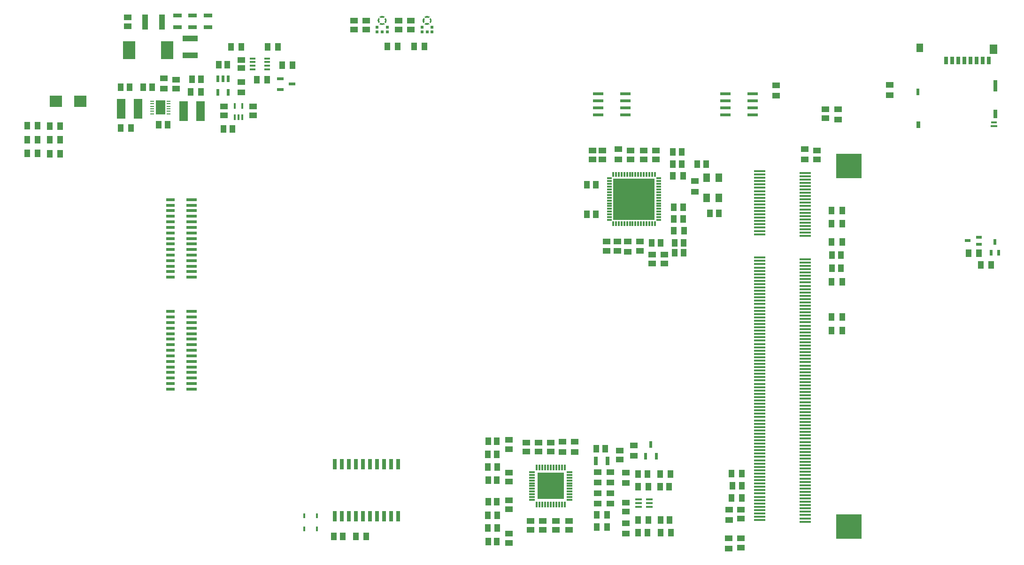
<source format=gtp>
G04 Layer_Color=8421504*
%FSLAX44Y44*%
%MOMM*%
G71*
G01*
G75*
%ADD10R,0.3000X0.8500*%
%ADD11R,2.0000X0.3500*%
%ADD12R,4.6000X4.5000*%
%ADD13R,1.2500X1.6000*%
%ADD14R,0.6500X1.9250*%
%ADD15R,0.3000X1.0000*%
%ADD16R,1.0000X0.3000*%
%ADD17R,4.8500X4.8500*%
%ADD18R,1.2000X0.4000*%
G04:AMPARAMS|DCode=19|XSize=7.4mm|YSize=7.4mm|CornerRadius=0mm|HoleSize=0mm|Usage=FLASHONLY|Rotation=0.000|XOffset=0mm|YOffset=0mm|HoleType=Round|Shape=RoundedRectangle|*
%AMROUNDEDRECTD19*
21,1,7.4000,7.4000,0,0,0.0*
21,1,7.4000,7.4000,0,0,0.0*
1,1,0.0000,3.7000,-3.7000*
1,1,0.0000,-3.7000,-3.7000*
1,1,0.0000,-3.7000,3.7000*
1,1,0.0000,3.7000,3.7000*
%
%ADD19ROUNDEDRECTD19*%
%ADD20R,0.8500X0.3000*%
%ADD21R,1.9000X0.6000*%
%ADD22R,0.6000X1.2000*%
%ADD23R,1.0500X0.4500*%
%ADD24R,2.2000X2.1500*%
%ADD25R,1.0160X1.3970*%
%ADD26R,1.3970X1.0160*%
%ADD27R,0.6000X1.2500*%
%ADD28R,0.5000X1.0000*%
%ADD29R,1.0000X0.5000*%
%ADD30R,1.3000X0.6000*%
%ADD31R,1.6500X0.6000*%
%ADD32R,1.8500X0.6000*%
%ADD33R,0.8000X1.4000*%
%ADD34R,1.3500X1.8000*%
%ADD35R,0.6500X2.1400*%
%ADD36R,0.6500X1.6000*%
%ADD37R,1.1000X0.4500*%
%ADD38R,1.1500X0.4500*%
%ADD39R,0.6500X1.3000*%
%ADD40R,0.6000X1.1500*%
%ADD41R,1.1600X1.5000*%
%ADD42R,1.4200X1.0500*%
%ADD43R,1.0500X1.4200*%
%ADD44R,1.0900X2.7200*%
%ADD45R,2.7200X1.0900*%
%ADD46R,2.2500X3.2000*%
%ADD47R,1.1000X1.4700*%
%ADD48R,1.4700X1.1000*%
%ADD49R,0.7500X1.6000*%
%ADD50R,1.1000X1.4000*%
%ADD51R,1.6000X0.7500*%
%ADD52R,0.1000X0.1000*%
%ADD53R,0.6000X0.5220*%
%ADD54R,1.4000X1.1000*%
%ADD55R,1.5000X3.6000*%
%ADD56R,0.8000X0.2500*%
%ADD57R,1.7500X2.6500*%
%ADD58R,0.4000X1.0000*%
%ADD59R,0.4600X0.8400*%
G36*
X738400Y977740D02*
X739200Y977540D01*
X740100Y977240D01*
X741050Y976790D01*
X742000Y976140D01*
X740850Y974990D01*
X739877Y974002D01*
X739246Y974355D01*
X738200Y974740D01*
X737000Y974876D01*
X735800Y974740D01*
X734700Y974340D01*
X734200Y973990D01*
X733200Y975040D01*
X732052Y976193D01*
X732750Y976640D01*
X733900Y977240D01*
X735398Y977702D01*
X737000Y977840D01*
X738400Y977740D01*
D02*
G37*
G36*
X657400D02*
X658200Y977540D01*
X659100Y977240D01*
X660050Y976790D01*
X661000Y976140D01*
X659850Y974990D01*
X658877Y974002D01*
X658246Y974355D01*
X657200Y974740D01*
X656000Y974876D01*
X654800Y974740D01*
X653700Y974340D01*
X653200Y973990D01*
X652200Y975040D01*
X651052Y976193D01*
X651750Y976640D01*
X652900Y977240D01*
X654398Y977702D01*
X656000Y977840D01*
X657400Y977740D01*
D02*
G37*
G36*
X731800Y973540D02*
X732788Y972567D01*
X732385Y971986D01*
X732000Y970940D01*
X731864Y969740D01*
X732000Y968540D01*
X732400Y967440D01*
X732750Y966940D01*
X731700Y965890D01*
X730597Y964742D01*
X729950Y965690D01*
X729500Y966640D01*
X729200Y967390D01*
X729038Y968138D01*
X728900Y969090D01*
Y970340D01*
X729000Y971140D01*
X729200Y972040D01*
X729500Y972840D01*
X729950Y973790D01*
X730600Y974740D01*
X731800Y973540D01*
D02*
G37*
G36*
X650800D02*
X651788Y972567D01*
X651385Y971986D01*
X651000Y970940D01*
X650864Y969740D01*
X651000Y968540D01*
X651400Y967440D01*
X651750Y966940D01*
X650700Y965890D01*
X649597Y964742D01*
X648950Y965690D01*
X648500Y966640D01*
X648200Y967390D01*
X648038Y968138D01*
X647900Y969090D01*
Y970340D01*
X648000Y971140D01*
X648200Y972040D01*
X648500Y972840D01*
X648950Y973790D01*
X649600Y974740D01*
X650800Y973540D01*
D02*
G37*
G36*
X744050Y973740D02*
X744500Y972840D01*
X744962Y971342D01*
X745100Y969740D01*
X745000Y968340D01*
X744800Y967540D01*
X744500Y966640D01*
X744000Y965640D01*
X743350Y964690D01*
X742250Y965840D01*
X741262Y966813D01*
X741615Y967494D01*
X742050Y968490D01*
X742200Y969690D01*
X742236D01*
X742200Y969790D01*
X742050Y970840D01*
X742100Y970940D01*
X742050D01*
X741650Y972040D01*
X741300Y972590D01*
X742300Y973590D01*
X743403Y974738D01*
X744050Y973740D01*
D02*
G37*
G36*
X663050D02*
X663500Y972840D01*
X663962Y971342D01*
X664100Y969740D01*
X664000Y968340D01*
X663800Y967540D01*
X663500Y966640D01*
X663000Y965640D01*
X662350Y964690D01*
X661250Y965840D01*
X660262Y966813D01*
X660615Y967494D01*
X661050Y968490D01*
X661200Y969690D01*
X661236D01*
X661200Y969790D01*
X661050Y970840D01*
X661100Y970940D01*
X661050D01*
X660650Y972040D01*
X660300Y972590D01*
X661300Y973590D01*
X662403Y974738D01*
X663050Y973740D01*
D02*
G37*
G36*
X734754Y965125D02*
X735800Y964740D01*
X737000Y964604D01*
X737600Y964640D01*
X738200Y964740D01*
X738750Y964890D01*
X739300Y965140D01*
X739800Y965390D01*
X740750Y964440D01*
X741898Y963287D01*
X741150Y962740D01*
X740100Y962240D01*
X738602Y961778D01*
X737000Y961640D01*
X735600Y961740D01*
X734700Y961940D01*
X733900Y962240D01*
X732900Y962740D01*
X732000Y963340D01*
X733150Y964490D01*
X734173Y965478D01*
X734754Y965125D01*
D02*
G37*
G36*
X653754D02*
X654800Y964740D01*
X656000Y964604D01*
X656600Y964640D01*
X657200Y964740D01*
X657750Y964890D01*
X658300Y965140D01*
X658800Y965390D01*
X659750Y964440D01*
X660898Y963287D01*
X660150Y962740D01*
X659100Y962240D01*
X657602Y961778D01*
X656000Y961640D01*
X654600Y961740D01*
X653700Y961940D01*
X652900Y962240D01*
X651900Y962740D01*
X651000Y963340D01*
X652150Y964490D01*
X653173Y965478D01*
X653754Y965125D01*
D02*
G37*
D10*
X1137740Y691460D02*
D03*
X1132740D02*
D03*
X1147740Y602460D02*
D03*
X1142740D02*
D03*
X1137740D02*
D03*
X1132740D02*
D03*
X1127740D02*
D03*
X1122740D02*
D03*
X1117740D02*
D03*
X1112740D02*
D03*
X1107740D02*
D03*
X1102740D02*
D03*
X1097740D02*
D03*
X1092740D02*
D03*
X1087740D02*
D03*
X1082740D02*
D03*
X1077740D02*
D03*
X1072740D02*
D03*
Y691460D02*
D03*
X1077740D02*
D03*
X1082740D02*
D03*
X1087740D02*
D03*
X1092740D02*
D03*
X1097740D02*
D03*
X1102740D02*
D03*
X1117740D02*
D03*
X1122740D02*
D03*
X1127740D02*
D03*
X1142740D02*
D03*
X1147740D02*
D03*
X1112740D02*
D03*
X1107740D02*
D03*
D11*
X1336500Y697500D02*
D03*
X1418500Y694500D02*
D03*
X1336500Y691500D02*
D03*
X1418500Y688500D02*
D03*
X1336500Y685500D02*
D03*
X1418500Y682500D02*
D03*
X1336500Y679500D02*
D03*
X1418500Y676500D02*
D03*
X1336500Y673500D02*
D03*
X1418500Y670500D02*
D03*
X1336500Y667500D02*
D03*
X1418500Y664500D02*
D03*
X1336500Y661500D02*
D03*
X1418500Y658500D02*
D03*
X1336500Y655500D02*
D03*
X1418500Y652500D02*
D03*
X1336500Y649500D02*
D03*
X1418500Y646500D02*
D03*
X1336500Y643500D02*
D03*
X1418500Y640500D02*
D03*
X1336500Y637500D02*
D03*
X1418500Y634500D02*
D03*
X1336500Y631500D02*
D03*
X1418500Y628500D02*
D03*
X1336500Y625500D02*
D03*
X1418500Y622500D02*
D03*
X1336500Y619500D02*
D03*
X1418500Y616500D02*
D03*
X1336500Y613500D02*
D03*
X1418500Y610500D02*
D03*
X1336500Y607500D02*
D03*
X1418500Y604500D02*
D03*
X1336500Y601500D02*
D03*
X1418500Y598500D02*
D03*
X1336500Y595500D02*
D03*
X1418500Y592500D02*
D03*
X1336500Y589500D02*
D03*
X1418500Y586500D02*
D03*
X1336500Y583500D02*
D03*
X1418500Y580500D02*
D03*
X1336500Y541500D02*
D03*
X1418500Y538500D02*
D03*
X1336500Y535500D02*
D03*
X1418500Y532500D02*
D03*
X1336500Y529500D02*
D03*
X1418500Y526500D02*
D03*
X1336500Y523500D02*
D03*
X1418500Y520500D02*
D03*
X1336500Y517500D02*
D03*
X1418500Y514500D02*
D03*
X1336500Y511500D02*
D03*
X1418500Y508500D02*
D03*
X1336500Y505500D02*
D03*
X1418500Y502500D02*
D03*
X1336500Y499500D02*
D03*
X1418500Y496500D02*
D03*
X1336500Y493500D02*
D03*
X1418500Y490500D02*
D03*
X1336500Y487500D02*
D03*
X1418500Y484500D02*
D03*
X1336500Y481500D02*
D03*
X1418500Y478500D02*
D03*
X1336500Y475500D02*
D03*
X1418500Y472500D02*
D03*
X1336500Y469500D02*
D03*
X1418500Y466500D02*
D03*
X1336500Y463500D02*
D03*
X1418500Y460500D02*
D03*
X1336500Y457500D02*
D03*
X1418500Y454500D02*
D03*
X1336500Y451500D02*
D03*
X1418500Y448500D02*
D03*
X1336500Y445500D02*
D03*
X1418500Y442500D02*
D03*
X1336500Y439500D02*
D03*
X1418500Y436500D02*
D03*
X1336500Y433500D02*
D03*
X1418500Y430500D02*
D03*
X1336500Y427500D02*
D03*
X1418500Y424500D02*
D03*
X1336500Y421500D02*
D03*
X1418500Y418500D02*
D03*
X1336500Y415500D02*
D03*
X1418500Y412500D02*
D03*
X1336500Y409500D02*
D03*
X1418500Y406500D02*
D03*
X1336500Y403500D02*
D03*
X1418500Y400500D02*
D03*
X1336500Y397500D02*
D03*
X1418500Y394500D02*
D03*
X1336500Y391500D02*
D03*
X1418500Y388500D02*
D03*
X1336500Y385500D02*
D03*
Y379500D02*
D03*
Y373500D02*
D03*
X1418500Y370500D02*
D03*
X1336500Y367500D02*
D03*
Y361500D02*
D03*
Y355500D02*
D03*
X1418500Y352500D02*
D03*
X1336500Y349500D02*
D03*
X1418500Y346500D02*
D03*
X1336500Y343500D02*
D03*
X1418500Y340500D02*
D03*
X1336500Y337500D02*
D03*
X1418500Y334500D02*
D03*
X1336500Y331500D02*
D03*
X1418500Y328500D02*
D03*
X1336500Y325500D02*
D03*
X1418500Y322500D02*
D03*
X1336500Y319500D02*
D03*
X1418500Y316500D02*
D03*
X1336500Y313500D02*
D03*
Y307500D02*
D03*
Y301500D02*
D03*
X1418500Y298500D02*
D03*
X1336500Y295500D02*
D03*
X1418500Y292500D02*
D03*
X1336500Y289500D02*
D03*
X1418500Y286500D02*
D03*
X1336500Y283500D02*
D03*
X1418500Y280500D02*
D03*
X1336500Y277500D02*
D03*
X1418500Y274500D02*
D03*
X1336500Y271500D02*
D03*
X1418500Y268500D02*
D03*
X1336500Y265500D02*
D03*
X1418500Y262500D02*
D03*
X1336500Y259500D02*
D03*
X1418500Y256500D02*
D03*
X1336500Y253500D02*
D03*
X1418500Y250500D02*
D03*
X1336500Y247500D02*
D03*
X1418500Y244500D02*
D03*
X1336500Y241500D02*
D03*
X1418500Y238500D02*
D03*
X1336500Y235500D02*
D03*
X1418500Y232500D02*
D03*
X1336500Y229500D02*
D03*
X1418500Y226500D02*
D03*
Y220500D02*
D03*
Y214500D02*
D03*
X1336500Y211500D02*
D03*
X1418500Y208500D02*
D03*
X1336500Y205500D02*
D03*
X1418500Y202500D02*
D03*
X1336500Y199500D02*
D03*
X1418500Y196500D02*
D03*
X1336500Y193500D02*
D03*
X1418500Y190500D02*
D03*
X1336500Y187500D02*
D03*
X1418500Y184500D02*
D03*
X1336500Y181500D02*
D03*
X1418500Y178500D02*
D03*
X1336500Y175500D02*
D03*
X1418500Y172500D02*
D03*
X1336500Y169500D02*
D03*
X1418500Y166500D02*
D03*
X1336500Y163500D02*
D03*
X1418500Y160500D02*
D03*
X1336500Y157500D02*
D03*
X1418500Y154500D02*
D03*
X1336500Y151500D02*
D03*
X1418500Y148500D02*
D03*
X1336500Y145500D02*
D03*
X1418500Y142500D02*
D03*
X1336500Y139500D02*
D03*
X1418500Y136500D02*
D03*
X1336500Y133500D02*
D03*
X1418500Y130500D02*
D03*
X1336500Y127500D02*
D03*
X1418500Y124500D02*
D03*
X1336500Y121500D02*
D03*
X1418500Y118500D02*
D03*
X1336500Y115500D02*
D03*
X1418500Y112500D02*
D03*
X1336500Y109500D02*
D03*
X1418500Y106500D02*
D03*
X1336500Y103500D02*
D03*
X1418500Y100500D02*
D03*
X1336500Y97500D02*
D03*
X1418500Y94500D02*
D03*
X1336500Y91500D02*
D03*
X1418500Y88500D02*
D03*
X1336500Y85500D02*
D03*
X1418500Y82500D02*
D03*
X1336500Y79500D02*
D03*
X1418500Y76500D02*
D03*
X1336500Y73500D02*
D03*
X1418500Y70500D02*
D03*
X1336500Y67500D02*
D03*
X1418500Y64500D02*
D03*
Y382500D02*
D03*
Y376500D02*
D03*
X1336500Y223500D02*
D03*
Y217500D02*
D03*
X1418500Y364500D02*
D03*
Y358500D02*
D03*
Y310500D02*
D03*
Y304500D02*
D03*
D12*
X1497500Y55500D02*
D03*
Y706500D02*
D03*
D13*
X1262950Y648990D02*
D03*
Y685990D02*
D03*
X1240950D02*
D03*
Y648990D02*
D03*
D14*
X570190Y74360D02*
D03*
X582890D02*
D03*
X595590D02*
D03*
X608290D02*
D03*
X620990D02*
D03*
X633690D02*
D03*
X646390D02*
D03*
X659090D02*
D03*
X671790D02*
D03*
X684490D02*
D03*
Y168600D02*
D03*
X671790D02*
D03*
X659090D02*
D03*
X646390D02*
D03*
X633690D02*
D03*
X620990D02*
D03*
X608290D02*
D03*
X595590D02*
D03*
X582890D02*
D03*
X570190D02*
D03*
D15*
X935000Y95500D02*
D03*
X940000D02*
D03*
X945000D02*
D03*
X950000D02*
D03*
X955000D02*
D03*
X960000D02*
D03*
X965000D02*
D03*
X970000D02*
D03*
X975000D02*
D03*
X980000D02*
D03*
X985000D02*
D03*
Y162500D02*
D03*
X980000D02*
D03*
X975000D02*
D03*
X970000D02*
D03*
X965000D02*
D03*
X960000D02*
D03*
X955000D02*
D03*
X950000D02*
D03*
X945000D02*
D03*
X940000D02*
D03*
X935000D02*
D03*
D16*
X993500Y104000D02*
D03*
Y109000D02*
D03*
Y114000D02*
D03*
Y119000D02*
D03*
Y124000D02*
D03*
Y129000D02*
D03*
Y134000D02*
D03*
Y139000D02*
D03*
Y144000D02*
D03*
Y149000D02*
D03*
Y154000D02*
D03*
X926500D02*
D03*
Y149000D02*
D03*
Y144000D02*
D03*
Y139000D02*
D03*
Y134000D02*
D03*
Y129000D02*
D03*
Y124000D02*
D03*
Y119000D02*
D03*
Y114000D02*
D03*
Y109000D02*
D03*
Y104000D02*
D03*
D17*
X960000Y129000D02*
D03*
D18*
X1118610Y91480D02*
D03*
Y97980D02*
D03*
Y104480D02*
D03*
X1137610D02*
D03*
Y97980D02*
D03*
Y91480D02*
D03*
D19*
X1110240Y646960D02*
D03*
D20*
X1154740Y684460D02*
D03*
Y679460D02*
D03*
Y674460D02*
D03*
Y669460D02*
D03*
Y664460D02*
D03*
Y659460D02*
D03*
Y654460D02*
D03*
Y649460D02*
D03*
Y644460D02*
D03*
Y639460D02*
D03*
Y634460D02*
D03*
Y629460D02*
D03*
Y624460D02*
D03*
Y619460D02*
D03*
Y614460D02*
D03*
Y609460D02*
D03*
X1065740D02*
D03*
Y614460D02*
D03*
Y619460D02*
D03*
Y624460D02*
D03*
Y629460D02*
D03*
Y634460D02*
D03*
Y639460D02*
D03*
Y644460D02*
D03*
Y649460D02*
D03*
Y654460D02*
D03*
Y659460D02*
D03*
Y664460D02*
D03*
Y669460D02*
D03*
Y674460D02*
D03*
Y679460D02*
D03*
Y684460D02*
D03*
D21*
X1094590Y798990D02*
D03*
Y811690D02*
D03*
Y824390D02*
D03*
Y837090D02*
D03*
X1045490D02*
D03*
Y824390D02*
D03*
Y811690D02*
D03*
Y798990D02*
D03*
X1274790Y837531D02*
D03*
Y824831D02*
D03*
Y812131D02*
D03*
Y799431D02*
D03*
X1323890D02*
D03*
Y812131D02*
D03*
Y824831D02*
D03*
Y837531D02*
D03*
D22*
X378500Y864500D02*
D03*
X369000D02*
D03*
X359500D02*
D03*
Y839500D02*
D03*
X378500D02*
D03*
D23*
X422600Y900970D02*
D03*
Y894470D02*
D03*
Y887970D02*
D03*
Y881470D02*
D03*
X448600D02*
D03*
Y887970D02*
D03*
Y894470D02*
D03*
Y900970D02*
D03*
D24*
X67970Y823960D02*
D03*
X111970D02*
D03*
D25*
X627398Y38000D02*
D03*
X608602D02*
D03*
X665602Y922370D02*
D03*
X684398D02*
D03*
X1042622Y76570D02*
D03*
X1061418D02*
D03*
X713602Y922370D02*
D03*
X732398D02*
D03*
X1043122Y54570D02*
D03*
X1061918D02*
D03*
X1175848Y150980D02*
D03*
X1157052D02*
D03*
X1117712Y127980D02*
D03*
X1136508D02*
D03*
X1177008Y44980D02*
D03*
X1158212D02*
D03*
X1117712Y67980D02*
D03*
X1136508D02*
D03*
X1200648Y590000D02*
D03*
X1181852D02*
D03*
X1198648Y689000D02*
D03*
X1179852D02*
D03*
X1285602Y107000D02*
D03*
X1304398D02*
D03*
X1285602Y151000D02*
D03*
X1304398D02*
D03*
X1466602Y410000D02*
D03*
X1485398D02*
D03*
X1466602Y434000D02*
D03*
X1485398D02*
D03*
X1754398Y528000D02*
D03*
X1735602D02*
D03*
X1466602Y498000D02*
D03*
X1485398D02*
D03*
X1466602Y570000D02*
D03*
X1485398D02*
D03*
X1713602Y549000D02*
D03*
X1732398D02*
D03*
X448398Y863000D02*
D03*
X429602D02*
D03*
X468398Y922000D02*
D03*
X449602D02*
D03*
X475602Y888750D02*
D03*
X494398D02*
D03*
X75000Y729000D02*
D03*
X56204D02*
D03*
X75000Y754000D02*
D03*
X56204D02*
D03*
X75000Y779000D02*
D03*
X56204D02*
D03*
X34730Y729330D02*
D03*
X15934D02*
D03*
X34730Y754330D02*
D03*
X15934D02*
D03*
X34730Y779330D02*
D03*
X15934D02*
D03*
X310852Y840270D02*
D03*
X329648D02*
D03*
X203398Y775000D02*
D03*
X184602D02*
D03*
X383602Y922000D02*
D03*
X402398D02*
D03*
X1485398Y603000D02*
D03*
X1466602D02*
D03*
X1485398Y626000D02*
D03*
X1466602D02*
D03*
D26*
X981000Y190602D02*
D03*
Y209398D02*
D03*
X1003000Y190602D02*
D03*
Y209398D02*
D03*
X1044520Y153968D02*
D03*
Y135172D02*
D03*
X1067520D02*
D03*
Y153968D02*
D03*
X1044520Y97172D02*
D03*
Y115968D02*
D03*
X1067520D02*
D03*
Y97172D02*
D03*
X1095450Y134082D02*
D03*
Y152878D02*
D03*
X1095450Y61898D02*
D03*
Y43102D02*
D03*
X1109620Y202488D02*
D03*
Y183692D02*
D03*
X1366000Y833602D02*
D03*
Y852398D02*
D03*
X1220250Y660602D02*
D03*
Y679398D02*
D03*
X1082250Y718602D02*
D03*
Y737398D02*
D03*
X1099250Y551602D02*
D03*
Y570398D02*
D03*
X1571000Y834602D02*
D03*
Y853398D02*
D03*
X1478000Y809398D02*
D03*
Y790602D02*
D03*
X1282000Y67602D02*
D03*
Y86398D02*
D03*
X1281000Y15702D02*
D03*
Y34498D02*
D03*
X1418000Y718352D02*
D03*
Y737148D02*
D03*
X402000Y839602D02*
D03*
Y858398D02*
D03*
X262250Y846270D02*
D03*
Y865066D02*
D03*
D27*
X1140620Y203590D02*
D03*
X1150170Y182590D02*
D03*
X1131070D02*
D03*
D28*
X1754500Y550000D02*
D03*
X1767500D02*
D03*
X1761000Y570000D02*
D03*
D29*
X1732000Y565500D02*
D03*
Y578500D02*
D03*
X1712000Y572000D02*
D03*
D30*
X472680Y864168D02*
D03*
Y845168D02*
D03*
X493680Y854668D02*
D03*
D31*
X274500Y444000D02*
D03*
Y434000D02*
D03*
Y424000D02*
D03*
Y414000D02*
D03*
Y404000D02*
D03*
Y394000D02*
D03*
Y384000D02*
D03*
Y374000D02*
D03*
Y364000D02*
D03*
Y354000D02*
D03*
Y344000D02*
D03*
Y334000D02*
D03*
Y324000D02*
D03*
Y314000D02*
D03*
Y304000D02*
D03*
X274500Y646000D02*
D03*
Y636000D02*
D03*
Y626000D02*
D03*
Y616000D02*
D03*
Y606000D02*
D03*
Y596000D02*
D03*
Y586000D02*
D03*
Y576000D02*
D03*
Y566000D02*
D03*
Y556000D02*
D03*
Y546000D02*
D03*
Y536000D02*
D03*
Y526000D02*
D03*
Y516000D02*
D03*
Y506000D02*
D03*
D32*
X312000Y444000D02*
D03*
Y434000D02*
D03*
Y424000D02*
D03*
Y414000D02*
D03*
Y404000D02*
D03*
Y394000D02*
D03*
Y364000D02*
D03*
Y354000D02*
D03*
Y344000D02*
D03*
Y334000D02*
D03*
Y324000D02*
D03*
Y314000D02*
D03*
Y304000D02*
D03*
X312000Y646000D02*
D03*
Y636000D02*
D03*
Y626000D02*
D03*
Y616000D02*
D03*
Y606000D02*
D03*
Y596000D02*
D03*
Y566000D02*
D03*
Y556000D02*
D03*
Y546000D02*
D03*
Y536000D02*
D03*
Y526000D02*
D03*
Y516000D02*
D03*
Y506000D02*
D03*
Y586000D02*
D03*
Y576000D02*
D03*
X312000Y384000D02*
D03*
Y374000D02*
D03*
D33*
X1672530Y897250D02*
D03*
X1683530D02*
D03*
X1694530D02*
D03*
X1705530D02*
D03*
X1716530D02*
D03*
X1727530D02*
D03*
X1738530D02*
D03*
X1749530D02*
D03*
D34*
X1758430Y917750D02*
D03*
D35*
X1761680Y851450D02*
D03*
D36*
Y800650D02*
D03*
D37*
X1759430Y785600D02*
D03*
D38*
X1759180Y779000D02*
D03*
D39*
X1622680Y781250D02*
D03*
D40*
X1622430Y840500D02*
D03*
D41*
X1625230Y920250D02*
D03*
D42*
X1084750Y192900D02*
D03*
Y177100D02*
D03*
D43*
X847100Y139280D02*
D03*
X862900D02*
D03*
X847100Y210000D02*
D03*
X862900D02*
D03*
X847100Y101000D02*
D03*
X862900D02*
D03*
X847100Y29000D02*
D03*
X862900D02*
D03*
X1142350Y568000D02*
D03*
X1158150D02*
D03*
X1180350Y732000D02*
D03*
X1196150D02*
D03*
D44*
X228400Y966690D02*
D03*
X258700D02*
D03*
D45*
X309940Y906400D02*
D03*
Y936700D02*
D03*
D46*
X268500Y916000D02*
D03*
X199500D02*
D03*
D47*
X568900Y38000D02*
D03*
X585100D02*
D03*
X863100Y163000D02*
D03*
X846900D02*
D03*
X846580Y186000D02*
D03*
X862780D02*
D03*
X863100Y76480D02*
D03*
X846900D02*
D03*
Y53000D02*
D03*
X863100D02*
D03*
X1173550Y127980D02*
D03*
X1157350D02*
D03*
X1134050Y150980D02*
D03*
X1117850D02*
D03*
X1058620Y196672D02*
D03*
X1042420D02*
D03*
X1174550Y67980D02*
D03*
X1158350D02*
D03*
X1134050Y44980D02*
D03*
X1117850D02*
D03*
X1224150Y710000D02*
D03*
X1240350D02*
D03*
X1247150Y621000D02*
D03*
X1263350D02*
D03*
X1024900Y673000D02*
D03*
X1041100D02*
D03*
X1025150Y620000D02*
D03*
X1041350D02*
D03*
X1199350Y568000D02*
D03*
X1183150D02*
D03*
X1198350Y611000D02*
D03*
X1182150D02*
D03*
X1199350Y550250D02*
D03*
X1183150D02*
D03*
X1198350Y632000D02*
D03*
X1182150D02*
D03*
X1196350Y710000D02*
D03*
X1180150D02*
D03*
X1288000Y129000D02*
D03*
X1304200D02*
D03*
X1483100Y522000D02*
D03*
X1466900D02*
D03*
X1483100Y546000D02*
D03*
X1466900D02*
D03*
X369900Y774000D02*
D03*
X386100D02*
D03*
X313150Y863270D02*
D03*
X329350D02*
D03*
X225150Y849270D02*
D03*
X241350D02*
D03*
X252900Y781000D02*
D03*
X269100D02*
D03*
X200350Y849270D02*
D03*
X184150D02*
D03*
D48*
X686000Y969470D02*
D03*
Y953270D02*
D03*
X708000Y969470D02*
D03*
Y953270D02*
D03*
X885000Y152940D02*
D03*
Y136740D02*
D03*
X605000Y969470D02*
D03*
Y953270D02*
D03*
X627000Y969470D02*
D03*
Y953270D02*
D03*
X885000Y195780D02*
D03*
Y211980D02*
D03*
Y86780D02*
D03*
Y102980D02*
D03*
Y42660D02*
D03*
Y26460D02*
D03*
X946000Y49900D02*
D03*
Y66100D02*
D03*
X924000Y49900D02*
D03*
Y66100D02*
D03*
X938000Y207100D02*
D03*
Y190900D02*
D03*
X916000Y207100D02*
D03*
Y190900D02*
D03*
X960000Y207100D02*
D03*
Y190900D02*
D03*
X993000Y49900D02*
D03*
Y66100D02*
D03*
X969000Y49900D02*
D03*
Y66100D02*
D03*
X1095430Y82880D02*
D03*
Y99080D02*
D03*
X1455000Y792900D02*
D03*
Y809100D02*
D03*
X1104250Y735100D02*
D03*
Y718900D02*
D03*
X1061000Y553900D02*
D03*
Y570100D02*
D03*
X1053000Y735100D02*
D03*
Y718900D02*
D03*
X1035000Y735100D02*
D03*
Y718900D02*
D03*
X1143250Y530900D02*
D03*
Y547100D02*
D03*
X1165250Y530900D02*
D03*
Y547100D02*
D03*
X1121250Y553900D02*
D03*
Y570100D02*
D03*
X1080000Y553900D02*
D03*
Y570100D02*
D03*
X1149250Y735100D02*
D03*
Y718900D02*
D03*
X1127250Y735100D02*
D03*
Y718900D02*
D03*
X1303000Y69900D02*
D03*
Y86100D02*
D03*
X1303000Y18000D02*
D03*
Y34200D02*
D03*
X1440000Y734850D02*
D03*
Y718650D02*
D03*
X197000Y975100D02*
D03*
Y958900D02*
D03*
X423000Y797900D02*
D03*
Y814100D02*
D03*
X371000Y797900D02*
D03*
Y814100D02*
D03*
X284250Y862768D02*
D03*
Y846568D02*
D03*
D49*
X1062770Y174172D02*
D03*
X1041270D02*
D03*
D50*
X376500Y890000D02*
D03*
X361500D02*
D03*
D51*
X287000Y978910D02*
D03*
Y957410D02*
D03*
X314000Y978910D02*
D03*
Y957410D02*
D03*
X342000Y978910D02*
D03*
Y957410D02*
D03*
D52*
X649500Y969540D02*
D03*
X730500D02*
D03*
D53*
X647000Y957220D02*
D03*
Y949000D02*
D03*
X656000D02*
D03*
X665000D02*
D03*
Y957220D02*
D03*
X746000D02*
D03*
Y949000D02*
D03*
X737000D02*
D03*
X728000D02*
D03*
Y957220D02*
D03*
D54*
X402000Y898500D02*
D03*
Y883500D02*
D03*
D55*
X298000Y805540D02*
D03*
X328500D02*
D03*
X215500Y810000D02*
D03*
X185000D02*
D03*
D56*
X241030Y823590D02*
D03*
Y819090D02*
D03*
Y814590D02*
D03*
Y810090D02*
D03*
Y805590D02*
D03*
Y801090D02*
D03*
X271030D02*
D03*
Y805590D02*
D03*
Y810090D02*
D03*
Y814590D02*
D03*
Y819090D02*
D03*
Y823590D02*
D03*
D57*
X256030Y812340D02*
D03*
D58*
X390500Y815000D02*
D03*
X403500D02*
D03*
Y795000D02*
D03*
X397000D02*
D03*
X390500D02*
D03*
D59*
X515770Y51800D02*
D03*
Y74800D02*
D03*
X538770Y51800D02*
D03*
Y74800D02*
D03*
M02*

</source>
